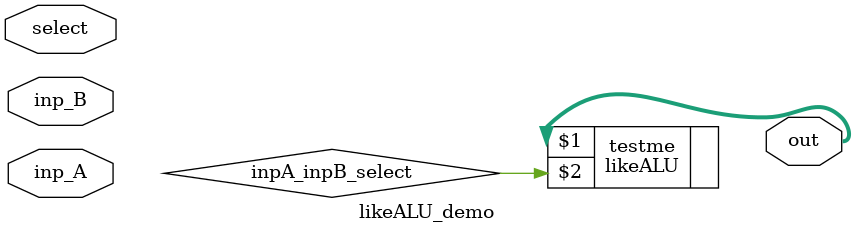
<source format=v>

module likeALU_demo
(
// {ALTERA_ARGS_BEGIN} DO NOT REMOVE THIS LINE!

	inp_A,
	inp_B,
	out,
	select
// {ALTERA_ARGS_END} DO NOT REMOVE THIS LINE!

);

// {ALTERA_IO_BEGIN} DO NOT REMOVE THIS LINE!
input	[4:0]	inp_A;
input	[4:0]	inp_B;
output	[4:0]	out;
input	[1:0]	select;

// {ALTERA_IO_END} DO NOT REMOVE THIS LINE!
// {ALTERA_MODULE_BEGIN} DO NOT REMOVE THIS LINE!

likeALU testme(out,inpA_inpB_select);
// {ALTERA_MODULE_END} DO NOT REMOVE THIS LINE!
endmodule

</source>
